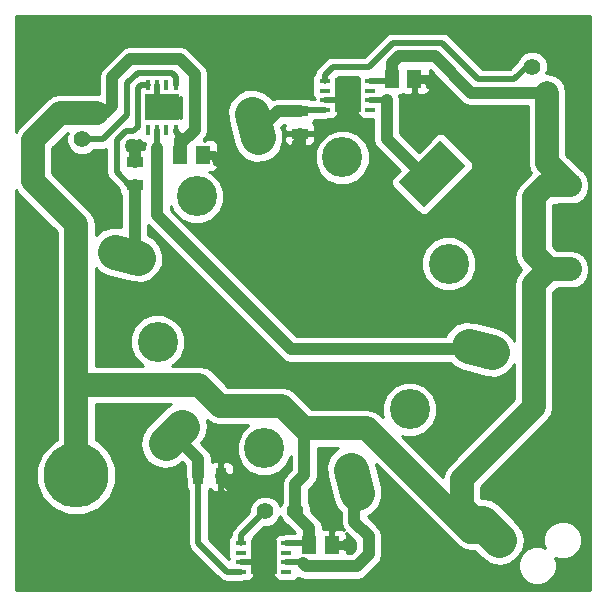
<source format=gtl>
%FSLAX46Y46*%
G04 Gerber Fmt 4.6, Leading zero omitted, Abs format (unit mm)*
G04 Created by KiCad (PCBNEW (2014-jan-25)-product) date Mon 28 Jul 2014 16:56:47 BST*
%MOMM*%
G01*
G04 APERTURE LIST*
%ADD10C,0.100000*%
%ADD11R,3.000000X2.200000*%
%ADD12R,0.350000X0.950000*%
%ADD13C,0.400000*%
%ADD14R,2.200000X3.000000*%
%ADD15R,0.950000X0.350000*%
%ADD16C,3.000000*%
%ADD17C,3.400000*%
%ADD18C,1.397000*%
%ADD19R,1.397000X1.397000*%
%ADD20R,1.300480X1.498600*%
%ADD21C,5.500000*%
%ADD22C,4.500000*%
%ADD23R,2.032000X2.032000*%
%ADD24O,2.032000X2.032000*%
%ADD25R,1.397000X0.889000*%
%ADD26R,0.889000X1.397000*%
%ADD27C,1.260000*%
%ADD28C,0.500000*%
%ADD29C,1.000000*%
%ADD30C,0.750000*%
%ADD31C,2.000000*%
%ADD32C,0.254000*%
G04 APERTURE END LIST*
D10*
D11*
X113030000Y-108458000D03*
D12*
X114230000Y-106533000D03*
X113430000Y-106533000D03*
X112630000Y-106533000D03*
X111830000Y-106533000D03*
X111830000Y-110383000D03*
X112630000Y-110383000D03*
X113430000Y-110383000D03*
X114230000Y-110383000D03*
D13*
X114230000Y-109258000D03*
X114230000Y-108458000D03*
X114230000Y-107658000D03*
X113430000Y-107658000D03*
X113430000Y-108458000D03*
X113430000Y-109258000D03*
X112630000Y-109258000D03*
X112630000Y-108458000D03*
X112630000Y-107658000D03*
X111830000Y-107658000D03*
X111830000Y-108458000D03*
X111830000Y-109258000D03*
D14*
X128778000Y-107442000D03*
D15*
X126853000Y-106242000D03*
X126853000Y-107042000D03*
X126853000Y-107842000D03*
X126853000Y-108642000D03*
X130703000Y-108642000D03*
X130703000Y-107842000D03*
X130703000Y-107042000D03*
X130703000Y-106242000D03*
D13*
X129578000Y-106242000D03*
X128778000Y-106242000D03*
X127978000Y-106242000D03*
X127978000Y-107042000D03*
X128778000Y-107042000D03*
X129578000Y-107042000D03*
X129578000Y-107842000D03*
X128778000Y-107842000D03*
X127978000Y-107842000D03*
X127978000Y-108642000D03*
X128778000Y-108642000D03*
X129578000Y-108642000D03*
D14*
X121666000Y-146558000D03*
D15*
X119741000Y-145358000D03*
X119741000Y-146158000D03*
X119741000Y-146958000D03*
X119741000Y-147758000D03*
X123591000Y-147758000D03*
X123591000Y-146958000D03*
X123591000Y-146158000D03*
X123591000Y-145358000D03*
D13*
X122466000Y-145358000D03*
X121666000Y-145358000D03*
X120866000Y-145358000D03*
X120866000Y-146158000D03*
X121666000Y-146158000D03*
X122466000Y-146158000D03*
X122466000Y-146958000D03*
X121666000Y-146958000D03*
X120866000Y-146958000D03*
X120866000Y-147758000D03*
X121666000Y-147758000D03*
X122466000Y-147758000D03*
D10*
G36*
X133093573Y-114785107D02*
X136629107Y-111249573D01*
X138750427Y-113370893D01*
X135214893Y-116906427D01*
X133093573Y-114785107D01*
X133093573Y-114785107D01*
G37*
D16*
X120677181Y-109048074D02*
X121194819Y-110979926D01*
X109048074Y-120677181D02*
X110979926Y-121194819D01*
X114785107Y-135468893D02*
X113370893Y-136883107D01*
X129059181Y-139147074D02*
X129576819Y-141078926D01*
X139020074Y-128678181D02*
X140951926Y-129195819D01*
D17*
X128302000Y-112681000D03*
X137319000Y-121698000D03*
X134017000Y-134017000D03*
X121698000Y-137319000D03*
X112681000Y-128302000D03*
X115983000Y-115983000D03*
D10*
G36*
X105275669Y-114301874D02*
X104065831Y-113603374D01*
X104764331Y-112393536D01*
X105974169Y-113092036D01*
X105275669Y-114301874D01*
X105275669Y-114301874D01*
G37*
D18*
X106290000Y-111148000D03*
X107560000Y-108948295D03*
D10*
G36*
X142165831Y-102544626D02*
X143375669Y-101846126D01*
X144074169Y-103055964D01*
X142864331Y-103754464D01*
X142165831Y-102544626D01*
X142165831Y-102544626D01*
G37*
D18*
X144390000Y-105000000D03*
X145660000Y-107199705D03*
D19*
X119244000Y-142644000D03*
D18*
X121784000Y-142644000D03*
X124324000Y-142644000D03*
D20*
X114617500Y-112522000D03*
X116522500Y-112522000D03*
X132524500Y-106045000D03*
X134429500Y-106045000D03*
X125539500Y-145542000D03*
X127444500Y-145542000D03*
D21*
X105791000Y-139595860D03*
D22*
X105791000Y-145595340D03*
X110490000Y-142595600D03*
D23*
X147574000Y-124714000D03*
D24*
X147574000Y-122174000D03*
D23*
X147574000Y-117602000D03*
D24*
X147574000Y-115062000D03*
D10*
G36*
X143313537Y-138392929D02*
X146849071Y-141928463D01*
X144727751Y-144049783D01*
X141192217Y-140514249D01*
X143313537Y-138392929D01*
X143313537Y-138392929D01*
G37*
D16*
X141584661Y-145071553D02*
X140170447Y-143657339D01*
D25*
X124714000Y-108775500D03*
X124714000Y-110680500D03*
X110744000Y-114998500D03*
X110744000Y-113093500D03*
D26*
X116141500Y-139700000D03*
X118046500Y-139700000D03*
D27*
X147500000Y-132500000D03*
X130000000Y-102500000D03*
X125000000Y-102500000D03*
X120000000Y-102500000D03*
X107500000Y-102500000D03*
X102500000Y-102500000D03*
X102500000Y-120000000D03*
X102500000Y-130000000D03*
X124587000Y-111760000D03*
X120000000Y-117500000D03*
X115000000Y-122500000D03*
X135000000Y-147500000D03*
X140000000Y-132500000D03*
X120000000Y-127500000D03*
X130000000Y-132500000D03*
X125000000Y-132500000D03*
X127500000Y-117500000D03*
X132500000Y-120000000D03*
X132500000Y-125000000D03*
X125000000Y-122500000D03*
X140000000Y-117500000D03*
X140000000Y-110000000D03*
X128905000Y-145542000D03*
X117856000Y-112903000D03*
X135890000Y-106426000D03*
X110490000Y-111760000D03*
D28*
X130703000Y-107842000D02*
X132080000Y-107842000D01*
D29*
X132080000Y-111125000D02*
X132080000Y-107823000D01*
X132080000Y-111125000D02*
X135033000Y-114078000D01*
D28*
X132080000Y-107842000D02*
X132080000Y-107823000D01*
D29*
X135922000Y-114078000D02*
X135033000Y-114078000D01*
D28*
X126853000Y-108642000D02*
X124847500Y-108642000D01*
X124847500Y-108642000D02*
X124714000Y-108775500D01*
D29*
X120936000Y-110014000D02*
X121634000Y-110014000D01*
X121634000Y-110014000D02*
X122872500Y-108775500D01*
X122872500Y-108775500D02*
X124714000Y-108775500D01*
D28*
X110744000Y-114998500D02*
X110299500Y-114998500D01*
X110299500Y-114998500D02*
X109220000Y-113919000D01*
X111272000Y-106533000D02*
X111830000Y-106533000D01*
X110998000Y-106807000D02*
X111272000Y-106533000D01*
X110998000Y-110109000D02*
X110998000Y-106807000D01*
X110617000Y-110490000D02*
X110998000Y-110109000D01*
X109982000Y-110490000D02*
X110617000Y-110490000D01*
X109220000Y-111252000D02*
X109982000Y-110490000D01*
X109220000Y-113919000D02*
X109220000Y-111252000D01*
D29*
X110744000Y-114998500D02*
X110744000Y-120206000D01*
X110744000Y-120206000D02*
X110014000Y-120936000D01*
D28*
X116141500Y-139700000D02*
X116141500Y-145351500D01*
X118548000Y-147758000D02*
X119741000Y-147758000D01*
X116141500Y-145351500D02*
X118548000Y-147758000D01*
D29*
X116141500Y-139700000D02*
X116141500Y-138239500D01*
X116141500Y-138239500D02*
X114078000Y-136176000D01*
D28*
X123591000Y-146958000D02*
X124860000Y-146958000D01*
D29*
X129318000Y-143542000D02*
X130556000Y-144780000D01*
X130556000Y-144780000D02*
X130556000Y-146304000D01*
X130556000Y-146304000D02*
X129540000Y-147320000D01*
X129540000Y-147320000D02*
X125222000Y-147320000D01*
X125222000Y-147320000D02*
X124968000Y-147066000D01*
X129318000Y-143542000D02*
X129318000Y-140113000D01*
D28*
X124860000Y-146958000D02*
X124968000Y-147066000D01*
X112649000Y-110402000D02*
X112649000Y-111887000D01*
D29*
X123984000Y-128937000D02*
X139986000Y-128937000D01*
X112649000Y-117602000D02*
X112649000Y-111887000D01*
X123984000Y-128937000D02*
X112649000Y-117602000D01*
D28*
X112649000Y-110402000D02*
X112630000Y-110383000D01*
X120000000Y-102500000D02*
X125000000Y-102500000D01*
X102500000Y-102500000D02*
X107500000Y-102500000D01*
X126853000Y-107842000D02*
X128378000Y-107842000D01*
X128378000Y-107842000D02*
X128778000Y-107442000D01*
X112630000Y-106533000D02*
X112630000Y-108058000D01*
X112630000Y-108058000D02*
X113030000Y-108458000D01*
X119741000Y-146958000D02*
X121266000Y-146958000D01*
X121266000Y-146958000D02*
X121666000Y-146558000D01*
D29*
X118046500Y-139700000D02*
X118110000Y-139700000D01*
X118110000Y-139700000D02*
X119244000Y-140834000D01*
X119244000Y-140834000D02*
X119244000Y-142644000D01*
D28*
X102500000Y-120000000D02*
X102500000Y-130000000D01*
X124587000Y-111760000D02*
X124587000Y-112087000D01*
D29*
X124714000Y-110680500D02*
X124714000Y-111633000D01*
X124714000Y-111633000D02*
X124587000Y-111760000D01*
D28*
X120000000Y-116674000D02*
X120000000Y-117500000D01*
X124587000Y-112087000D02*
X120000000Y-116674000D01*
X125000000Y-132500000D02*
X130000000Y-132500000D01*
X132500000Y-120000000D02*
X132500000Y-125000000D01*
X120000000Y-117500000D02*
X127500000Y-117500000D01*
X135000000Y-120000000D02*
X137500000Y-117500000D01*
X137500000Y-117500000D02*
X140000000Y-117500000D01*
X132500000Y-120000000D02*
X135000000Y-120000000D01*
D30*
X127444500Y-145542000D02*
X128905000Y-145542000D01*
X117475000Y-112522000D02*
X117856000Y-112903000D01*
X116522500Y-112522000D02*
X117475000Y-112522000D01*
X135509000Y-106045000D02*
X135890000Y-106426000D01*
X134429500Y-106045000D02*
X135509000Y-106045000D01*
D29*
X110744000Y-112014000D02*
X110490000Y-111760000D01*
X110744000Y-112014000D02*
X110744000Y-113093500D01*
D28*
X114230000Y-106533000D02*
X114230000Y-105848000D01*
X108054000Y-111148000D02*
X106290000Y-111148000D01*
X110109000Y-109093000D02*
X108054000Y-111148000D01*
X110109000Y-106426000D02*
X110109000Y-109093000D01*
X110998000Y-105537000D02*
X110109000Y-106426000D01*
X113919000Y-105537000D02*
X110998000Y-105537000D01*
X114230000Y-105848000D02*
X113919000Y-105537000D01*
X144390000Y-105000000D02*
X143920000Y-105000000D01*
X143920000Y-105000000D02*
X142875000Y-106045000D01*
X142875000Y-106045000D02*
X139827000Y-106045000D01*
X139827000Y-106045000D02*
X136779000Y-102997000D01*
X136779000Y-102997000D02*
X132588000Y-102997000D01*
X132588000Y-102997000D02*
X130556000Y-105029000D01*
X130556000Y-105029000D02*
X127508000Y-105029000D01*
X127508000Y-105029000D02*
X126853000Y-105684000D01*
X126853000Y-105684000D02*
X126853000Y-106242000D01*
X119741000Y-145358000D02*
X119741000Y-144673000D01*
X119741000Y-144673000D02*
X121770000Y-142644000D01*
X121770000Y-142644000D02*
X121784000Y-142644000D01*
D31*
X105791000Y-131953000D02*
X112649000Y-131953000D01*
X123190000Y-133731000D02*
X125095000Y-135636000D01*
X117983000Y-133731000D02*
X123190000Y-133731000D01*
X116205000Y-131953000D02*
X117983000Y-133731000D01*
X112649000Y-131953000D02*
X116205000Y-131953000D01*
X102108000Y-111252000D02*
X102108000Y-114681000D01*
X104411705Y-108948295D02*
X102108000Y-111252000D01*
X107560000Y-108948295D02*
X104411705Y-108948295D01*
X105791000Y-118364000D02*
X105791000Y-131953000D01*
X105791000Y-131953000D02*
X105791000Y-139595860D01*
X102108000Y-114681000D02*
X105791000Y-118364000D01*
X130429000Y-135636000D02*
X139157446Y-144364446D01*
X125095000Y-135636000D02*
X130429000Y-135636000D01*
X139157446Y-144364446D02*
X140877554Y-144364446D01*
X140877554Y-144364446D02*
X139157446Y-144364446D01*
D29*
X145660000Y-107199705D02*
X139203705Y-107199705D01*
X132524500Y-104711500D02*
X132524500Y-106045000D01*
X133096000Y-104140000D02*
X132524500Y-104711500D01*
X136144000Y-104140000D02*
X133096000Y-104140000D01*
X139203705Y-107199705D02*
X136144000Y-104140000D01*
D28*
X130703000Y-106242000D02*
X132327500Y-106242000D01*
X132327500Y-106242000D02*
X132524500Y-106045000D01*
D29*
X124324000Y-142644000D02*
X124324000Y-142866000D01*
X124324000Y-142866000D02*
X125539500Y-144081500D01*
X125539500Y-144081500D02*
X125539500Y-145542000D01*
D28*
X114230000Y-110383000D02*
X114230000Y-110547000D01*
X114230000Y-110547000D02*
X114935000Y-111252000D01*
X114935000Y-111252000D02*
X114617500Y-111252000D01*
D29*
X115824000Y-109601000D02*
X115824000Y-110363000D01*
X108221705Y-108948295D02*
X108839000Y-108331000D01*
X115824000Y-105664000D02*
X115824000Y-109601000D01*
X114554000Y-104394000D02*
X115824000Y-105664000D01*
X110363000Y-104394000D02*
X114554000Y-104394000D01*
X108839000Y-105918000D02*
X110363000Y-104394000D01*
X108839000Y-108331000D02*
X108839000Y-105918000D01*
X114617500Y-111569500D02*
X114617500Y-111252000D01*
X114617500Y-111252000D02*
X114617500Y-112522000D01*
X115824000Y-110363000D02*
X114617500Y-111569500D01*
X107560000Y-108948295D02*
X108221705Y-108948295D01*
D28*
X123591000Y-145358000D02*
X125355500Y-145358000D01*
X125355500Y-145358000D02*
X125539500Y-145542000D01*
X114230000Y-112134500D02*
X114617500Y-112522000D01*
D31*
X140877554Y-144364446D02*
X140554446Y-144364446D01*
X140554446Y-144364446D02*
X138430000Y-142240000D01*
X138430000Y-142240000D02*
X138430000Y-139954000D01*
X138430000Y-139954000D02*
X144526000Y-133858000D01*
X144526000Y-133858000D02*
X144526000Y-123444000D01*
X144526000Y-123444000D02*
X145796000Y-122174000D01*
X145796000Y-122174000D02*
X147574000Y-122174000D01*
X145660000Y-107199705D02*
X145660000Y-113148000D01*
X145660000Y-113148000D02*
X147574000Y-115062000D01*
X147574000Y-115062000D02*
X145542000Y-115062000D01*
X145796000Y-122174000D02*
X147574000Y-122174000D01*
X144526000Y-120904000D02*
X145796000Y-122174000D01*
X144526000Y-116078000D02*
X144526000Y-120904000D01*
X145542000Y-115062000D02*
X144526000Y-116078000D01*
D29*
X124324000Y-140344000D02*
X125095000Y-139573000D01*
X125095000Y-139573000D02*
X125095000Y-135636000D01*
X124324000Y-142644000D02*
X124324000Y-140344000D01*
D32*
G36*
X109609000Y-118617165D02*
X109541327Y-118599033D01*
X108710075Y-118544550D01*
X107921249Y-118812321D01*
X107426000Y-119246642D01*
X107426000Y-118364005D01*
X107426000Y-118364000D01*
X107426001Y-118364000D01*
X107301543Y-117738313D01*
X106947120Y-117207881D01*
X106947120Y-117207880D01*
X106947116Y-117207877D01*
X103743000Y-114003760D01*
X103743000Y-111929239D01*
X105074664Y-110597575D01*
X104956732Y-110881587D01*
X104956269Y-111412086D01*
X105158854Y-111902380D01*
X105533647Y-112277827D01*
X106023587Y-112481268D01*
X106554086Y-112481731D01*
X107044380Y-112279146D01*
X107290955Y-112033000D01*
X108053994Y-112033000D01*
X108054000Y-112033001D01*
X108054000Y-112033000D01*
X108335000Y-111977105D01*
X108335000Y-113918994D01*
X108334999Y-113919000D01*
X108391189Y-114201484D01*
X108402367Y-114257675D01*
X108594210Y-114544790D01*
X109410500Y-115361079D01*
X109410500Y-115569309D01*
X109507173Y-115802698D01*
X109609000Y-115904525D01*
X109609000Y-118617165D01*
X109609000Y-118617165D01*
G37*
X109609000Y-118617165D02*
X109541327Y-118599033D01*
X108710075Y-118544550D01*
X107921249Y-118812321D01*
X107426000Y-119246642D01*
X107426000Y-118364005D01*
X107426000Y-118364000D01*
X107426001Y-118364000D01*
X107301543Y-117738313D01*
X106947120Y-117207881D01*
X106947120Y-117207880D01*
X106947116Y-117207877D01*
X103743000Y-114003760D01*
X103743000Y-111929239D01*
X105074664Y-110597575D01*
X104956732Y-110881587D01*
X104956269Y-111412086D01*
X105158854Y-111902380D01*
X105533647Y-112277827D01*
X106023587Y-112481268D01*
X106554086Y-112481731D01*
X107044380Y-112279146D01*
X107290955Y-112033000D01*
X108053994Y-112033000D01*
X108054000Y-112033001D01*
X108054000Y-112033000D01*
X108335000Y-111977105D01*
X108335000Y-113918994D01*
X108334999Y-113919000D01*
X108391189Y-114201484D01*
X108402367Y-114257675D01*
X108594210Y-114544790D01*
X109410500Y-115361079D01*
X109410500Y-115569309D01*
X109507173Y-115802698D01*
X109609000Y-115904525D01*
X109609000Y-118617165D01*
G36*
X111592371Y-111493000D02*
X111514000Y-111887000D01*
X111514000Y-112014000D01*
X111316191Y-112014000D01*
X111029750Y-112014000D01*
X110871000Y-112172750D01*
X110871000Y-112966500D01*
X110891000Y-112966500D01*
X110891000Y-113220500D01*
X110871000Y-113220500D01*
X110871000Y-113240500D01*
X110617000Y-113240500D01*
X110617000Y-113220500D01*
X110597000Y-113220500D01*
X110597000Y-112966500D01*
X110617000Y-112966500D01*
X110617000Y-112172750D01*
X110458250Y-112014000D01*
X110171809Y-112014000D01*
X110105000Y-112014000D01*
X110105000Y-111618579D01*
X110348579Y-111375000D01*
X110616994Y-111375000D01*
X110617000Y-111375001D01*
X110617000Y-111375000D01*
X110899484Y-111318810D01*
X110955674Y-111307633D01*
X110955675Y-111307633D01*
X111110950Y-111203882D01*
X111116673Y-111217698D01*
X111295301Y-111396327D01*
X111528690Y-111493000D01*
X111592371Y-111493000D01*
X111592371Y-111493000D01*
G37*
X111592371Y-111493000D02*
X111514000Y-111887000D01*
X111514000Y-112014000D01*
X111316191Y-112014000D01*
X111029750Y-112014000D01*
X110871000Y-112172750D01*
X110871000Y-112966500D01*
X110891000Y-112966500D01*
X110891000Y-113220500D01*
X110871000Y-113220500D01*
X110871000Y-113240500D01*
X110617000Y-113240500D01*
X110617000Y-113220500D01*
X110597000Y-113220500D01*
X110597000Y-112966500D01*
X110617000Y-112966500D01*
X110617000Y-112172750D01*
X110458250Y-112014000D01*
X110171809Y-112014000D01*
X110105000Y-112014000D01*
X110105000Y-111618579D01*
X110348579Y-111375000D01*
X110616994Y-111375000D01*
X110617000Y-111375001D01*
X110617000Y-111375000D01*
X110899484Y-111318810D01*
X110955674Y-111307633D01*
X110955675Y-111307633D01*
X111110950Y-111203882D01*
X111116673Y-111217698D01*
X111295301Y-111396327D01*
X111528690Y-111493000D01*
X111592371Y-111493000D01*
G36*
X114689000Y-109338317D02*
X114531310Y-109273000D01*
X114278691Y-109273000D01*
X113928691Y-109273000D01*
X113830000Y-109313878D01*
X113731310Y-109273000D01*
X113478691Y-109273000D01*
X113128691Y-109273000D01*
X113030000Y-109313878D01*
X112931310Y-109273000D01*
X112678691Y-109273000D01*
X112328691Y-109273000D01*
X112230000Y-109313878D01*
X112131310Y-109273000D01*
X111883000Y-109273000D01*
X111883000Y-107643000D01*
X112131309Y-107643000D01*
X112364698Y-107546327D01*
X112543327Y-107367699D01*
X112630000Y-107158451D01*
X112716673Y-107367698D01*
X112895301Y-107546327D01*
X113128690Y-107643000D01*
X113381309Y-107643000D01*
X113731309Y-107643000D01*
X113829999Y-107602121D01*
X113928690Y-107643000D01*
X114181309Y-107643000D01*
X114531309Y-107643000D01*
X114689000Y-107577682D01*
X114689000Y-109338317D01*
X114689000Y-109338317D01*
G37*
X114689000Y-109338317D02*
X114531310Y-109273000D01*
X114278691Y-109273000D01*
X113928691Y-109273000D01*
X113830000Y-109313878D01*
X113731310Y-109273000D01*
X113478691Y-109273000D01*
X113128691Y-109273000D01*
X113030000Y-109313878D01*
X112931310Y-109273000D01*
X112678691Y-109273000D01*
X112328691Y-109273000D01*
X112230000Y-109313878D01*
X112131310Y-109273000D01*
X111883000Y-109273000D01*
X111883000Y-107643000D01*
X112131309Y-107643000D01*
X112364698Y-107546327D01*
X112543327Y-107367699D01*
X112630000Y-107158451D01*
X112716673Y-107367698D01*
X112895301Y-107546327D01*
X113128690Y-107643000D01*
X113381309Y-107643000D01*
X113731309Y-107643000D01*
X113829999Y-107602121D01*
X113928690Y-107643000D01*
X114181309Y-107643000D01*
X114531309Y-107643000D01*
X114689000Y-107577682D01*
X114689000Y-109338317D01*
G36*
X123960000Y-139102868D02*
X123521434Y-139541434D01*
X123275397Y-139909654D01*
X123189000Y-140344000D01*
X123189000Y-141900104D01*
X123053906Y-142225446D01*
X122915146Y-141889620D01*
X122540353Y-141514173D01*
X122050413Y-141310732D01*
X121519914Y-141310269D01*
X121029620Y-141512854D01*
X120654173Y-141887647D01*
X120450732Y-142377587D01*
X120450440Y-142711980D01*
X119126000Y-144036420D01*
X119126000Y-140524810D01*
X119126000Y-140272191D01*
X119126000Y-139985750D01*
X119126000Y-139414250D01*
X119126000Y-139127809D01*
X119126000Y-138875190D01*
X119029327Y-138641801D01*
X118850698Y-138463173D01*
X118617309Y-138366500D01*
X118332250Y-138366500D01*
X118173500Y-138525250D01*
X118173500Y-139573000D01*
X118967250Y-139573000D01*
X119126000Y-139414250D01*
X119126000Y-139985750D01*
X118967250Y-139827000D01*
X118173500Y-139827000D01*
X118173500Y-140874750D01*
X118332250Y-141033500D01*
X118617309Y-141033500D01*
X118850698Y-140936827D01*
X119029327Y-140758199D01*
X119126000Y-140524810D01*
X119126000Y-144036420D01*
X119115210Y-144047210D01*
X118923367Y-144334325D01*
X118912189Y-144390515D01*
X118855999Y-144673000D01*
X118856000Y-144673005D01*
X118856000Y-144694974D01*
X118727673Y-144823301D01*
X118631000Y-145056690D01*
X118631000Y-145309309D01*
X118631000Y-145659309D01*
X118671878Y-145757999D01*
X118631000Y-145856690D01*
X118631000Y-146109309D01*
X118631000Y-146459309D01*
X118723003Y-146681423D01*
X117026500Y-144984920D01*
X117026500Y-140856025D01*
X117094000Y-140788525D01*
X117242302Y-140936827D01*
X117475691Y-141033500D01*
X117760750Y-141033500D01*
X117919500Y-140874750D01*
X117919500Y-139827000D01*
X117899500Y-139827000D01*
X117899500Y-139573000D01*
X117919500Y-139573000D01*
X117919500Y-138525250D01*
X117760750Y-138366500D01*
X117475691Y-138366500D01*
X117276500Y-138449007D01*
X117276500Y-138239500D01*
X117190104Y-137805155D01*
X117190103Y-137805154D01*
X116944066Y-137436934D01*
X116379889Y-136872757D01*
X116801019Y-136242494D01*
X116963536Y-135425464D01*
X116860985Y-134909908D01*
X117357313Y-135241543D01*
X117983000Y-135366001D01*
X117983000Y-135366000D01*
X117983005Y-135366000D01*
X120349337Y-135366000D01*
X119719638Y-135994602D01*
X119363407Y-136852502D01*
X119362596Y-137781422D01*
X119717329Y-138639943D01*
X120373602Y-139297362D01*
X121231502Y-139653593D01*
X122160422Y-139654404D01*
X123018943Y-139299671D01*
X123676362Y-138643398D01*
X123960000Y-137960321D01*
X123960000Y-139102868D01*
X123960000Y-139102868D01*
G37*
X123960000Y-139102868D02*
X123521434Y-139541434D01*
X123275397Y-139909654D01*
X123189000Y-140344000D01*
X123189000Y-141900104D01*
X123053906Y-142225446D01*
X122915146Y-141889620D01*
X122540353Y-141514173D01*
X122050413Y-141310732D01*
X121519914Y-141310269D01*
X121029620Y-141512854D01*
X120654173Y-141887647D01*
X120450732Y-142377587D01*
X120450440Y-142711980D01*
X119126000Y-144036420D01*
X119126000Y-140524810D01*
X119126000Y-140272191D01*
X119126000Y-139985750D01*
X119126000Y-139414250D01*
X119126000Y-139127809D01*
X119126000Y-138875190D01*
X119029327Y-138641801D01*
X118850698Y-138463173D01*
X118617309Y-138366500D01*
X118332250Y-138366500D01*
X118173500Y-138525250D01*
X118173500Y-139573000D01*
X118967250Y-139573000D01*
X119126000Y-139414250D01*
X119126000Y-139985750D01*
X118967250Y-139827000D01*
X118173500Y-139827000D01*
X118173500Y-140874750D01*
X118332250Y-141033500D01*
X118617309Y-141033500D01*
X118850698Y-140936827D01*
X119029327Y-140758199D01*
X119126000Y-140524810D01*
X119126000Y-144036420D01*
X119115210Y-144047210D01*
X118923367Y-144334325D01*
X118912189Y-144390515D01*
X118855999Y-144673000D01*
X118856000Y-144673005D01*
X118856000Y-144694974D01*
X118727673Y-144823301D01*
X118631000Y-145056690D01*
X118631000Y-145309309D01*
X118631000Y-145659309D01*
X118671878Y-145757999D01*
X118631000Y-145856690D01*
X118631000Y-146109309D01*
X118631000Y-146459309D01*
X118723003Y-146681423D01*
X117026500Y-144984920D01*
X117026500Y-140856025D01*
X117094000Y-140788525D01*
X117242302Y-140936827D01*
X117475691Y-141033500D01*
X117760750Y-141033500D01*
X117919500Y-140874750D01*
X117919500Y-139827000D01*
X117899500Y-139827000D01*
X117899500Y-139573000D01*
X117919500Y-139573000D01*
X117919500Y-138525250D01*
X117760750Y-138366500D01*
X117475691Y-138366500D01*
X117276500Y-138449007D01*
X117276500Y-138239500D01*
X117190104Y-137805155D01*
X117190103Y-137805154D01*
X116944066Y-137436934D01*
X116379889Y-136872757D01*
X116801019Y-136242494D01*
X116963536Y-135425464D01*
X116860985Y-134909908D01*
X117357313Y-135241543D01*
X117983000Y-135366001D01*
X117983000Y-135366000D01*
X117983005Y-135366000D01*
X120349337Y-135366000D01*
X119719638Y-135994602D01*
X119363407Y-136852502D01*
X119362596Y-137781422D01*
X119717329Y-138639943D01*
X120373602Y-139297362D01*
X121231502Y-139653593D01*
X122160422Y-139654404D01*
X123018943Y-139299671D01*
X123676362Y-138643398D01*
X123960000Y-137960321D01*
X123960000Y-139102868D01*
G36*
X129421000Y-145833868D02*
X129069868Y-146185000D01*
X128729740Y-146185000D01*
X128729740Y-146164991D01*
X128729740Y-145827750D01*
X128570990Y-145669000D01*
X127571500Y-145669000D01*
X127571500Y-145689000D01*
X127317500Y-145689000D01*
X127317500Y-145669000D01*
X127297500Y-145669000D01*
X127297500Y-145415000D01*
X127317500Y-145415000D01*
X127317500Y-144316450D01*
X127158750Y-144157700D01*
X126674500Y-144157700D01*
X126674500Y-144081500D01*
X126588104Y-143647155D01*
X126588103Y-143647154D01*
X126342066Y-143278934D01*
X125657543Y-142594411D01*
X125657731Y-142379914D01*
X125459000Y-141898947D01*
X125459000Y-140814132D01*
X125897566Y-140375566D01*
X126143603Y-140007346D01*
X126143604Y-140007345D01*
X126230000Y-139573000D01*
X126230000Y-137271000D01*
X127992875Y-137271000D01*
X127743580Y-137393939D01*
X127194321Y-138020249D01*
X126926550Y-138809075D01*
X126981033Y-139640327D01*
X127530463Y-141690830D01*
X127898905Y-142437957D01*
X128183000Y-142687101D01*
X128183000Y-143542000D01*
X128269397Y-143976346D01*
X128456640Y-144256575D01*
X128454438Y-144254373D01*
X128221049Y-144157700D01*
X127730250Y-144157700D01*
X127571500Y-144316450D01*
X127571500Y-145415000D01*
X128570990Y-145415000D01*
X128729740Y-145256250D01*
X128729740Y-144919009D01*
X128729740Y-144666390D01*
X128653713Y-144482845D01*
X129421000Y-145250132D01*
X129421000Y-145833868D01*
X129421000Y-145833868D01*
G37*
X129421000Y-145833868D02*
X129069868Y-146185000D01*
X128729740Y-146185000D01*
X128729740Y-146164991D01*
X128729740Y-145827750D01*
X128570990Y-145669000D01*
X127571500Y-145669000D01*
X127571500Y-145689000D01*
X127317500Y-145689000D01*
X127317500Y-145669000D01*
X127297500Y-145669000D01*
X127297500Y-145415000D01*
X127317500Y-145415000D01*
X127317500Y-144316450D01*
X127158750Y-144157700D01*
X126674500Y-144157700D01*
X126674500Y-144081500D01*
X126588104Y-143647155D01*
X126588103Y-143647154D01*
X126342066Y-143278934D01*
X125657543Y-142594411D01*
X125657731Y-142379914D01*
X125459000Y-141898947D01*
X125459000Y-140814132D01*
X125897566Y-140375566D01*
X126143603Y-140007346D01*
X126143604Y-140007345D01*
X126230000Y-139573000D01*
X126230000Y-137271000D01*
X127992875Y-137271000D01*
X127743580Y-137393939D01*
X127194321Y-138020249D01*
X126926550Y-138809075D01*
X126981033Y-139640327D01*
X127530463Y-141690830D01*
X127898905Y-142437957D01*
X128183000Y-142687101D01*
X128183000Y-143542000D01*
X128269397Y-143976346D01*
X128456640Y-144256575D01*
X128454438Y-144254373D01*
X128221049Y-144157700D01*
X127730250Y-144157700D01*
X127571500Y-144316450D01*
X127571500Y-145415000D01*
X128570990Y-145415000D01*
X128729740Y-145256250D01*
X128729740Y-144919009D01*
X128729740Y-144666390D01*
X128653713Y-144482845D01*
X129421000Y-145250132D01*
X129421000Y-145833868D01*
G36*
X142891000Y-133180760D02*
X137273880Y-138797880D01*
X136919457Y-139328312D01*
X136838839Y-139733600D01*
X133390319Y-136285079D01*
X133550502Y-136351593D01*
X134479422Y-136352404D01*
X135337943Y-135997671D01*
X135995362Y-135341398D01*
X136351593Y-134483498D01*
X136352404Y-133554578D01*
X135997671Y-132696057D01*
X135341398Y-132038638D01*
X134483498Y-131682407D01*
X133554578Y-131681596D01*
X132696057Y-132036329D01*
X132038638Y-132692602D01*
X131682407Y-133550502D01*
X131681596Y-134479422D01*
X131749850Y-134644610D01*
X131585120Y-134479880D01*
X131054688Y-134125457D01*
X130429000Y-134000999D01*
X130428994Y-134001000D01*
X125772239Y-134001000D01*
X124346120Y-132574880D01*
X123815688Y-132220457D01*
X123190000Y-132095999D01*
X123189994Y-132096000D01*
X118660239Y-132096000D01*
X117361120Y-130796880D01*
X116830688Y-130442457D01*
X116205000Y-130317999D01*
X116204994Y-130318000D01*
X113916440Y-130318000D01*
X114001943Y-130282671D01*
X114659362Y-129626398D01*
X115015593Y-128768498D01*
X115016404Y-127839578D01*
X114661671Y-126981057D01*
X114005398Y-126323638D01*
X113147498Y-125967407D01*
X112218578Y-125966596D01*
X111360057Y-126321329D01*
X110702638Y-126977602D01*
X110346407Y-127835502D01*
X110345596Y-128764422D01*
X110700329Y-129622943D01*
X111356602Y-130280362D01*
X111447244Y-130318000D01*
X107426000Y-130318000D01*
X107426000Y-122055150D01*
X107689044Y-122355095D01*
X108436171Y-122723537D01*
X110486673Y-123272967D01*
X111317925Y-123327450D01*
X112106752Y-123059679D01*
X112733061Y-122510420D01*
X113101503Y-121763293D01*
X113155986Y-120932041D01*
X112888215Y-120143215D01*
X112338957Y-119516905D01*
X111879000Y-119290079D01*
X111879000Y-118437132D01*
X123181434Y-129739566D01*
X123549654Y-129985603D01*
X123549655Y-129985603D01*
X123984000Y-130072000D01*
X137411899Y-130072000D01*
X137661044Y-130356095D01*
X138408171Y-130724537D01*
X140458673Y-131273967D01*
X141289925Y-131328450D01*
X142078752Y-131060679D01*
X142705061Y-130511420D01*
X142891000Y-130134372D01*
X142891000Y-133180760D01*
X142891000Y-133180760D01*
G37*
X142891000Y-133180760D02*
X137273880Y-138797880D01*
X136919457Y-139328312D01*
X136838839Y-139733600D01*
X133390319Y-136285079D01*
X133550502Y-136351593D01*
X134479422Y-136352404D01*
X135337943Y-135997671D01*
X135995362Y-135341398D01*
X136351593Y-134483498D01*
X136352404Y-133554578D01*
X135997671Y-132696057D01*
X135341398Y-132038638D01*
X134483498Y-131682407D01*
X133554578Y-131681596D01*
X132696057Y-132036329D01*
X132038638Y-132692602D01*
X131682407Y-133550502D01*
X131681596Y-134479422D01*
X131749850Y-134644610D01*
X131585120Y-134479880D01*
X131054688Y-134125457D01*
X130429000Y-134000999D01*
X130428994Y-134001000D01*
X125772239Y-134001000D01*
X124346120Y-132574880D01*
X123815688Y-132220457D01*
X123190000Y-132095999D01*
X123189994Y-132096000D01*
X118660239Y-132096000D01*
X117361120Y-130796880D01*
X116830688Y-130442457D01*
X116205000Y-130317999D01*
X116204994Y-130318000D01*
X113916440Y-130318000D01*
X114001943Y-130282671D01*
X114659362Y-129626398D01*
X115015593Y-128768498D01*
X115016404Y-127839578D01*
X114661671Y-126981057D01*
X114005398Y-126323638D01*
X113147498Y-125967407D01*
X112218578Y-125966596D01*
X111360057Y-126321329D01*
X110702638Y-126977602D01*
X110346407Y-127835502D01*
X110345596Y-128764422D01*
X110700329Y-129622943D01*
X111356602Y-130280362D01*
X111447244Y-130318000D01*
X107426000Y-130318000D01*
X107426000Y-122055150D01*
X107689044Y-122355095D01*
X108436171Y-122723537D01*
X110486673Y-123272967D01*
X111317925Y-123327450D01*
X112106752Y-123059679D01*
X112733061Y-122510420D01*
X113101503Y-121763293D01*
X113155986Y-120932041D01*
X112888215Y-120143215D01*
X112338957Y-119516905D01*
X111879000Y-119290079D01*
X111879000Y-118437132D01*
X123181434Y-129739566D01*
X123549654Y-129985603D01*
X123549655Y-129985603D01*
X123984000Y-130072000D01*
X137411899Y-130072000D01*
X137661044Y-130356095D01*
X138408171Y-130724537D01*
X140458673Y-131273967D01*
X141289925Y-131328450D01*
X142078752Y-131060679D01*
X142705061Y-130511420D01*
X142891000Y-130134372D01*
X142891000Y-133180760D01*
G36*
X149315000Y-149315000D02*
X148619412Y-149315000D01*
X148619412Y-144759072D01*
X148371022Y-144157924D01*
X147911491Y-143697589D01*
X147310776Y-143448151D01*
X146660333Y-143447583D01*
X146059185Y-143695973D01*
X145598850Y-144155504D01*
X145349412Y-144756219D01*
X145348844Y-145406662D01*
X145487016Y-145741062D01*
X145155515Y-145603412D01*
X144505072Y-145602844D01*
X143903924Y-145851234D01*
X143443589Y-146310765D01*
X143194151Y-146911480D01*
X143193583Y-147561923D01*
X143441973Y-148163071D01*
X143901504Y-148623406D01*
X144502219Y-148872844D01*
X145152662Y-148873412D01*
X145753810Y-148625022D01*
X146214145Y-148165491D01*
X146463583Y-147564776D01*
X146464151Y-146914333D01*
X146325978Y-146579932D01*
X146657480Y-146717583D01*
X147307923Y-146718151D01*
X147909071Y-146469761D01*
X148369406Y-146010230D01*
X148618844Y-145409515D01*
X148619412Y-144759072D01*
X148619412Y-149315000D01*
X100685000Y-149315000D01*
X100685000Y-115437705D01*
X100951880Y-115837120D01*
X104156000Y-119041239D01*
X104156000Y-131953000D01*
X104156000Y-136608853D01*
X103876057Y-136724523D01*
X102923010Y-137675908D01*
X102406589Y-138919588D01*
X102405414Y-140266224D01*
X102919663Y-141510803D01*
X103871048Y-142463850D01*
X105114728Y-142980271D01*
X106461364Y-142981446D01*
X107705943Y-142467197D01*
X108658990Y-141515812D01*
X109175411Y-140272132D01*
X109176586Y-138925496D01*
X108662337Y-137680917D01*
X107710952Y-136727870D01*
X107426000Y-136609547D01*
X107426000Y-133588000D01*
X112649000Y-133588000D01*
X113809436Y-133588000D01*
X113318863Y-133915791D01*
X111817791Y-135416863D01*
X111354981Y-136109507D01*
X111192464Y-136926536D01*
X111354981Y-137743565D01*
X111817791Y-138436209D01*
X112510435Y-138899019D01*
X113327464Y-139061536D01*
X114144493Y-138899019D01*
X114774757Y-138477889D01*
X115006500Y-138709632D01*
X115006500Y-139700000D01*
X115062000Y-139979016D01*
X115062000Y-140524809D01*
X115158673Y-140758198D01*
X115256500Y-140856025D01*
X115256500Y-145351494D01*
X115256499Y-145351500D01*
X115312689Y-145633984D01*
X115323867Y-145690175D01*
X115515710Y-145977290D01*
X117922207Y-148383786D01*
X117922210Y-148383790D01*
X117922211Y-148383790D01*
X118209325Y-148575633D01*
X118209326Y-148575633D01*
X118265515Y-148586810D01*
X118548000Y-148643001D01*
X118548000Y-148643000D01*
X118548005Y-148643000D01*
X119741000Y-148643000D01*
X120079675Y-148575633D01*
X120091098Y-148568000D01*
X120342309Y-148568000D01*
X120575698Y-148471327D01*
X120754327Y-148292699D01*
X120851000Y-148059310D01*
X120851000Y-147806691D01*
X120851000Y-147456691D01*
X120754327Y-147223302D01*
X120575699Y-147044673D01*
X120366451Y-146957999D01*
X120575698Y-146871327D01*
X120754327Y-146692699D01*
X120851000Y-146459310D01*
X120851000Y-146206691D01*
X120851000Y-145856691D01*
X120810121Y-145758000D01*
X120851000Y-145659310D01*
X120851000Y-145406691D01*
X120851000Y-145056691D01*
X120780087Y-144885492D01*
X121688162Y-143977416D01*
X122048086Y-143977731D01*
X122538380Y-143775146D01*
X122913827Y-143400353D01*
X123054093Y-143062553D01*
X123192854Y-143398380D01*
X123567647Y-143773827D01*
X123668624Y-143815756D01*
X124325868Y-144473000D01*
X123591000Y-144473000D01*
X123252325Y-144540367D01*
X123240901Y-144548000D01*
X122989691Y-144548000D01*
X122756302Y-144644673D01*
X122577673Y-144823301D01*
X122481000Y-145056690D01*
X122481000Y-145309309D01*
X122481000Y-145659309D01*
X122521878Y-145757999D01*
X122481000Y-145856690D01*
X122481000Y-146109309D01*
X122481000Y-146459309D01*
X122521878Y-146557999D01*
X122481000Y-146656690D01*
X122481000Y-146909309D01*
X122481000Y-147259309D01*
X122521878Y-147357999D01*
X122481000Y-147456690D01*
X122481000Y-147709309D01*
X122481000Y-148059309D01*
X122577673Y-148292698D01*
X122756301Y-148471327D01*
X122989690Y-148568000D01*
X123242309Y-148568000D01*
X124192309Y-148568000D01*
X124425698Y-148471327D01*
X124604327Y-148292699D01*
X124619442Y-148256207D01*
X124787654Y-148368603D01*
X124787655Y-148368603D01*
X125222000Y-148455000D01*
X129540000Y-148455000D01*
X129974345Y-148368603D01*
X129974346Y-148368603D01*
X130342566Y-148122566D01*
X131358566Y-147106566D01*
X131604603Y-146738346D01*
X131604603Y-146738345D01*
X131691000Y-146304000D01*
X131691000Y-144780000D01*
X131604603Y-144345654D01*
X131358566Y-143977434D01*
X130453000Y-143071868D01*
X130453000Y-143048758D01*
X130892420Y-142832061D01*
X131441679Y-142205752D01*
X131709450Y-141416925D01*
X131654967Y-140585673D01*
X131138334Y-138657574D01*
X138001323Y-145520562D01*
X138001326Y-145520566D01*
X138001327Y-145520566D01*
X138531759Y-145874989D01*
X139157446Y-145999447D01*
X139157446Y-145999446D01*
X139157451Y-145999446D01*
X139493208Y-145999446D01*
X140118417Y-146624655D01*
X140811060Y-147087465D01*
X141628090Y-147249982D01*
X142445119Y-147087465D01*
X143137763Y-146624655D01*
X143600573Y-145932011D01*
X143763090Y-145114982D01*
X143600573Y-144297952D01*
X143137763Y-143605309D01*
X141636691Y-142104237D01*
X140944047Y-141641427D01*
X140127018Y-141478910D01*
X140065000Y-141491246D01*
X140065000Y-140631239D01*
X145682116Y-135014122D01*
X145682120Y-135014120D01*
X145682120Y-135014119D01*
X145859331Y-134748903D01*
X146036543Y-134483688D01*
X146036543Y-134483687D01*
X146161000Y-133858000D01*
X146161001Y-133858000D01*
X146161000Y-133857994D01*
X146161000Y-124121239D01*
X146473239Y-123809000D01*
X147330953Y-123809000D01*
X147574000Y-123857345D01*
X148205810Y-123731670D01*
X148741433Y-123373778D01*
X149099325Y-122838155D01*
X149225000Y-122206345D01*
X149225000Y-122141655D01*
X149099325Y-121509845D01*
X148741433Y-120974222D01*
X148205810Y-120616330D01*
X147574000Y-120490655D01*
X147330953Y-120539000D01*
X146473239Y-120539000D01*
X146161000Y-120226760D01*
X146161000Y-116755240D01*
X146219240Y-116697000D01*
X147330953Y-116697000D01*
X147574000Y-116745345D01*
X148205810Y-116619670D01*
X148741433Y-116261778D01*
X149099325Y-115726155D01*
X149225000Y-115094345D01*
X149225000Y-115029655D01*
X149099325Y-114397845D01*
X148741433Y-113862222D01*
X148575765Y-113751526D01*
X147295000Y-112470760D01*
X147295000Y-107199705D01*
X147170543Y-106574018D01*
X146816120Y-106043585D01*
X146285687Y-105689162D01*
X145660000Y-105564705D01*
X145593950Y-105577842D01*
X145723268Y-105266413D01*
X145723731Y-104735914D01*
X145521146Y-104245620D01*
X145146353Y-103870173D01*
X144656413Y-103666732D01*
X144125914Y-103666269D01*
X143635620Y-103868854D01*
X143260173Y-104243647D01*
X143143291Y-104525129D01*
X142508420Y-105160000D01*
X140193579Y-105160000D01*
X137404790Y-102371210D01*
X137117675Y-102179367D01*
X137061484Y-102168189D01*
X136779000Y-102111999D01*
X136778994Y-102112000D01*
X132588005Y-102112000D01*
X132588000Y-102111999D01*
X132305515Y-102168189D01*
X132249325Y-102179367D01*
X131962210Y-102371210D01*
X131962207Y-102371213D01*
X130189420Y-104144000D01*
X127508005Y-104144000D01*
X127508000Y-104143999D01*
X127225515Y-104200189D01*
X127169325Y-104211367D01*
X126882210Y-104403210D01*
X126882207Y-104403213D01*
X126227210Y-105058210D01*
X126035367Y-105345325D01*
X126024189Y-105401515D01*
X125994077Y-105552897D01*
X125839673Y-105707301D01*
X125743000Y-105940690D01*
X125743000Y-106193309D01*
X125743000Y-106543309D01*
X125783878Y-106641999D01*
X125743000Y-106740690D01*
X125743000Y-106993309D01*
X125743000Y-107343309D01*
X125839673Y-107576698D01*
X126018301Y-107755327D01*
X126022339Y-107757000D01*
X125686076Y-107757000D01*
X125538810Y-107696000D01*
X125286191Y-107696000D01*
X124993016Y-107696000D01*
X124714000Y-107640500D01*
X122872500Y-107640500D01*
X122438154Y-107726897D01*
X122389721Y-107759258D01*
X122355095Y-107689044D01*
X121728785Y-107139785D01*
X120939959Y-106872014D01*
X120108707Y-106926497D01*
X119361580Y-107294939D01*
X118812321Y-107921249D01*
X118544550Y-108710075D01*
X118599033Y-109541327D01*
X119148463Y-111591830D01*
X119516905Y-112338957D01*
X120143215Y-112888215D01*
X120932041Y-113155986D01*
X121763293Y-113101503D01*
X122510420Y-112733061D01*
X123059679Y-112106752D01*
X123327450Y-111317925D01*
X123272967Y-110486673D01*
X123165929Y-110087203D01*
X123342632Y-109910500D01*
X123463007Y-109910500D01*
X123380500Y-110109691D01*
X123380500Y-110394750D01*
X123539250Y-110553500D01*
X124587000Y-110553500D01*
X124587000Y-110533500D01*
X124841000Y-110533500D01*
X124841000Y-110553500D01*
X125888750Y-110553500D01*
X126047500Y-110394750D01*
X126047500Y-110109691D01*
X125950827Y-109876302D01*
X125802525Y-109727999D01*
X125950827Y-109579699D01*
X125972655Y-109527000D01*
X126853000Y-109527000D01*
X127191675Y-109459633D01*
X127203098Y-109452000D01*
X127454309Y-109452000D01*
X127687698Y-109355327D01*
X127866327Y-109176699D01*
X127963000Y-108943310D01*
X127963000Y-108690691D01*
X127963000Y-108340691D01*
X127866327Y-108107302D01*
X127687699Y-107928673D01*
X127478451Y-107841999D01*
X127687698Y-107755327D01*
X127866327Y-107576699D01*
X127963000Y-107343310D01*
X127963000Y-107090691D01*
X127963000Y-106740691D01*
X127922121Y-106642000D01*
X127963000Y-106543310D01*
X127963000Y-106290691D01*
X127963000Y-105940691D01*
X127951944Y-105914000D01*
X129604055Y-105914000D01*
X129593000Y-105940690D01*
X129593000Y-106193309D01*
X129593000Y-106543309D01*
X129633878Y-106641999D01*
X129593000Y-106740690D01*
X129593000Y-106993309D01*
X129593000Y-107343309D01*
X129633878Y-107441999D01*
X129593000Y-107540690D01*
X129593000Y-107793309D01*
X129593000Y-108143309D01*
X129633878Y-108241999D01*
X129593000Y-108340690D01*
X129593000Y-108593309D01*
X129593000Y-108943309D01*
X129689673Y-109176698D01*
X129868301Y-109355327D01*
X130101690Y-109452000D01*
X130354309Y-109452000D01*
X130945000Y-109452000D01*
X130945000Y-111125000D01*
X131031397Y-111559346D01*
X131277434Y-111927566D01*
X133165261Y-113815392D01*
X132555246Y-114425408D01*
X132458573Y-114658797D01*
X132458573Y-114911416D01*
X132555245Y-115144805D01*
X132733874Y-115323434D01*
X134855194Y-117444754D01*
X135088583Y-117541427D01*
X135341202Y-117541427D01*
X135574591Y-117444755D01*
X135753220Y-117266126D01*
X139288754Y-113730592D01*
X139385427Y-113497203D01*
X139385427Y-113244584D01*
X139288755Y-113011195D01*
X139110126Y-112832566D01*
X136988806Y-110711246D01*
X136755417Y-110614573D01*
X136502798Y-110614573D01*
X136269409Y-110711245D01*
X136090780Y-110889874D01*
X135714740Y-111265914D01*
X135714740Y-106920610D01*
X135714740Y-106667991D01*
X135714740Y-106330750D01*
X135555990Y-106172000D01*
X134556500Y-106172000D01*
X134556500Y-107270550D01*
X134715250Y-107429300D01*
X135206049Y-107429300D01*
X135439438Y-107332627D01*
X135618067Y-107153999D01*
X135714740Y-106920610D01*
X135714740Y-111265914D01*
X134770393Y-112210261D01*
X133215000Y-110654868D01*
X133215000Y-107823000D01*
X133136688Y-107429300D01*
X133301049Y-107429300D01*
X133477000Y-107356418D01*
X133652951Y-107429300D01*
X134143750Y-107429300D01*
X134302500Y-107270550D01*
X134302500Y-106172000D01*
X134282500Y-106172000D01*
X134282500Y-105918000D01*
X134302500Y-105918000D01*
X134302500Y-105898000D01*
X134556500Y-105898000D01*
X134556500Y-105918000D01*
X135555990Y-105918000D01*
X135714740Y-105759250D01*
X135714740Y-105422009D01*
X135714740Y-105315872D01*
X138401139Y-108002271D01*
X138769359Y-108248308D01*
X139203705Y-108334705D01*
X144025000Y-108334705D01*
X144025000Y-113147994D01*
X144024999Y-113148000D01*
X144149457Y-113773688D01*
X144297103Y-113994656D01*
X143369880Y-114921880D01*
X143015457Y-115452312D01*
X142890999Y-116078000D01*
X142891000Y-116078005D01*
X142891000Y-120903994D01*
X142890999Y-120904000D01*
X143015457Y-121529688D01*
X143369880Y-122060120D01*
X143483760Y-122173999D01*
X143369880Y-122287880D01*
X143015457Y-122818312D01*
X142890999Y-123444000D01*
X142891000Y-123444005D01*
X142891000Y-128234904D01*
X142860215Y-128144215D01*
X142310957Y-127517905D01*
X141563830Y-127149463D01*
X139654404Y-126637834D01*
X139654404Y-121235578D01*
X139299671Y-120377057D01*
X138643398Y-119719638D01*
X137785498Y-119363407D01*
X136856578Y-119362596D01*
X135998057Y-119717329D01*
X135340638Y-120373602D01*
X134984407Y-121231502D01*
X134983596Y-122160422D01*
X135338329Y-123018943D01*
X135994602Y-123676362D01*
X136852502Y-124032593D01*
X137781422Y-124033404D01*
X138639943Y-123678671D01*
X139297362Y-123022398D01*
X139653593Y-122164498D01*
X139654404Y-121235578D01*
X139654404Y-126637834D01*
X139513327Y-126600033D01*
X138682075Y-126545550D01*
X137893249Y-126813321D01*
X137266939Y-127362580D01*
X137050241Y-127802000D01*
X130637404Y-127802000D01*
X130637404Y-112218578D01*
X130282671Y-111360057D01*
X129626398Y-110702638D01*
X128768498Y-110346407D01*
X127839578Y-110345596D01*
X126981057Y-110700329D01*
X126323638Y-111356602D01*
X126047500Y-112021616D01*
X126047500Y-111251309D01*
X126047500Y-110966250D01*
X125888750Y-110807500D01*
X124841000Y-110807500D01*
X124841000Y-111601250D01*
X124999750Y-111760000D01*
X125286191Y-111760000D01*
X125538810Y-111760000D01*
X125772199Y-111663327D01*
X125950827Y-111484698D01*
X126047500Y-111251309D01*
X126047500Y-112021616D01*
X125967407Y-112214502D01*
X125966596Y-113143422D01*
X126321329Y-114001943D01*
X126977602Y-114659362D01*
X127835502Y-115015593D01*
X128764422Y-115016404D01*
X129622943Y-114661671D01*
X130280362Y-114005398D01*
X130636593Y-113147498D01*
X130637404Y-112218578D01*
X130637404Y-127802000D01*
X124587000Y-127802000D01*
X124587000Y-111601250D01*
X124587000Y-110807500D01*
X123539250Y-110807500D01*
X123380500Y-110966250D01*
X123380500Y-111251309D01*
X123477173Y-111484698D01*
X123655801Y-111663327D01*
X123889190Y-111760000D01*
X124141809Y-111760000D01*
X124428250Y-111760000D01*
X124587000Y-111601250D01*
X124587000Y-127802000D01*
X124454132Y-127802000D01*
X113784000Y-117131868D01*
X113784000Y-116775545D01*
X114002329Y-117303943D01*
X114658602Y-117961362D01*
X115516502Y-118317593D01*
X116445422Y-118318404D01*
X117303943Y-117963671D01*
X117961362Y-117307398D01*
X118317593Y-116449498D01*
X118318404Y-115520578D01*
X117963671Y-114662057D01*
X117307398Y-114004638D01*
X117070573Y-113906300D01*
X117299049Y-113906300D01*
X117532438Y-113809627D01*
X117711067Y-113630999D01*
X117807740Y-113397610D01*
X117807740Y-113144991D01*
X117807740Y-112807750D01*
X117648990Y-112649000D01*
X116649500Y-112649000D01*
X116649500Y-112669000D01*
X116395500Y-112669000D01*
X116395500Y-112649000D01*
X116375500Y-112649000D01*
X116375500Y-112395000D01*
X116395500Y-112395000D01*
X116395500Y-112375000D01*
X116649500Y-112375000D01*
X116649500Y-112395000D01*
X117648990Y-112395000D01*
X117807740Y-112236250D01*
X117807740Y-111899009D01*
X117807740Y-111646390D01*
X117711067Y-111413001D01*
X117532438Y-111234373D01*
X117299049Y-111137700D01*
X116808250Y-111137700D01*
X116649502Y-111296448D01*
X116649502Y-111137700D01*
X116645185Y-111137700D01*
X116872603Y-110797346D01*
X116872604Y-110797345D01*
X116959000Y-110363000D01*
X116959000Y-109601000D01*
X116959000Y-105664000D01*
X116872603Y-105229655D01*
X116872603Y-105229654D01*
X116626566Y-104861434D01*
X115356566Y-103591434D01*
X114988346Y-103345397D01*
X114554000Y-103259000D01*
X110363000Y-103259000D01*
X109928654Y-103345397D01*
X109560433Y-103591434D01*
X108036434Y-105115434D01*
X107790397Y-105483654D01*
X107704000Y-105918000D01*
X107704000Y-107341938D01*
X107560000Y-107313295D01*
X104411710Y-107313295D01*
X104411705Y-107313294D01*
X103786017Y-107437752D01*
X103520801Y-107614963D01*
X103255585Y-107792175D01*
X103255582Y-107792178D01*
X100951880Y-110095880D01*
X100685000Y-110495294D01*
X100685000Y-100685000D01*
X149315000Y-100685000D01*
X149315000Y-149315000D01*
X149315000Y-149315000D01*
G37*
X149315000Y-149315000D02*
X148619412Y-149315000D01*
X148619412Y-144759072D01*
X148371022Y-144157924D01*
X147911491Y-143697589D01*
X147310776Y-143448151D01*
X146660333Y-143447583D01*
X146059185Y-143695973D01*
X145598850Y-144155504D01*
X145349412Y-144756219D01*
X145348844Y-145406662D01*
X145487016Y-145741062D01*
X145155515Y-145603412D01*
X144505072Y-145602844D01*
X143903924Y-145851234D01*
X143443589Y-146310765D01*
X143194151Y-146911480D01*
X143193583Y-147561923D01*
X143441973Y-148163071D01*
X143901504Y-148623406D01*
X144502219Y-148872844D01*
X145152662Y-148873412D01*
X145753810Y-148625022D01*
X146214145Y-148165491D01*
X146463583Y-147564776D01*
X146464151Y-146914333D01*
X146325978Y-146579932D01*
X146657480Y-146717583D01*
X147307923Y-146718151D01*
X147909071Y-146469761D01*
X148369406Y-146010230D01*
X148618844Y-145409515D01*
X148619412Y-144759072D01*
X148619412Y-149315000D01*
X100685000Y-149315000D01*
X100685000Y-115437705D01*
X100951880Y-115837120D01*
X104156000Y-119041239D01*
X104156000Y-131953000D01*
X104156000Y-136608853D01*
X103876057Y-136724523D01*
X102923010Y-137675908D01*
X102406589Y-138919588D01*
X102405414Y-140266224D01*
X102919663Y-141510803D01*
X103871048Y-142463850D01*
X105114728Y-142980271D01*
X106461364Y-142981446D01*
X107705943Y-142467197D01*
X108658990Y-141515812D01*
X109175411Y-140272132D01*
X109176586Y-138925496D01*
X108662337Y-137680917D01*
X107710952Y-136727870D01*
X107426000Y-136609547D01*
X107426000Y-133588000D01*
X112649000Y-133588000D01*
X113809436Y-133588000D01*
X113318863Y-133915791D01*
X111817791Y-135416863D01*
X111354981Y-136109507D01*
X111192464Y-136926536D01*
X111354981Y-137743565D01*
X111817791Y-138436209D01*
X112510435Y-138899019D01*
X113327464Y-139061536D01*
X114144493Y-138899019D01*
X114774757Y-138477889D01*
X115006500Y-138709632D01*
X115006500Y-139700000D01*
X115062000Y-139979016D01*
X115062000Y-140524809D01*
X115158673Y-140758198D01*
X115256500Y-140856025D01*
X115256500Y-145351494D01*
X115256499Y-145351500D01*
X115312689Y-145633984D01*
X115323867Y-145690175D01*
X115515710Y-145977290D01*
X117922207Y-148383786D01*
X117922210Y-148383790D01*
X117922211Y-148383790D01*
X118209325Y-148575633D01*
X118209326Y-148575633D01*
X118265515Y-148586810D01*
X118548000Y-148643001D01*
X118548000Y-148643000D01*
X118548005Y-148643000D01*
X119741000Y-148643000D01*
X120079675Y-148575633D01*
X120091098Y-148568000D01*
X120342309Y-148568000D01*
X120575698Y-148471327D01*
X120754327Y-148292699D01*
X120851000Y-148059310D01*
X120851000Y-147806691D01*
X120851000Y-147456691D01*
X120754327Y-147223302D01*
X120575699Y-147044673D01*
X120366451Y-146957999D01*
X120575698Y-146871327D01*
X120754327Y-146692699D01*
X120851000Y-146459310D01*
X120851000Y-146206691D01*
X120851000Y-145856691D01*
X120810121Y-145758000D01*
X120851000Y-145659310D01*
X120851000Y-145406691D01*
X120851000Y-145056691D01*
X120780087Y-144885492D01*
X121688162Y-143977416D01*
X122048086Y-143977731D01*
X122538380Y-143775146D01*
X122913827Y-143400353D01*
X123054093Y-143062553D01*
X123192854Y-143398380D01*
X123567647Y-143773827D01*
X123668624Y-143815756D01*
X124325868Y-144473000D01*
X123591000Y-144473000D01*
X123252325Y-144540367D01*
X123240901Y-144548000D01*
X122989691Y-144548000D01*
X122756302Y-144644673D01*
X122577673Y-144823301D01*
X122481000Y-145056690D01*
X122481000Y-145309309D01*
X122481000Y-145659309D01*
X122521878Y-145757999D01*
X122481000Y-145856690D01*
X122481000Y-146109309D01*
X122481000Y-146459309D01*
X122521878Y-146557999D01*
X122481000Y-146656690D01*
X122481000Y-146909309D01*
X122481000Y-147259309D01*
X122521878Y-147357999D01*
X122481000Y-147456690D01*
X122481000Y-147709309D01*
X122481000Y-148059309D01*
X122577673Y-148292698D01*
X122756301Y-148471327D01*
X122989690Y-148568000D01*
X123242309Y-148568000D01*
X124192309Y-148568000D01*
X124425698Y-148471327D01*
X124604327Y-148292699D01*
X124619442Y-148256207D01*
X124787654Y-148368603D01*
X124787655Y-148368603D01*
X125222000Y-148455000D01*
X129540000Y-148455000D01*
X129974345Y-148368603D01*
X129974346Y-148368603D01*
X130342566Y-148122566D01*
X131358566Y-147106566D01*
X131604603Y-146738346D01*
X131604603Y-146738345D01*
X131691000Y-146304000D01*
X131691000Y-144780000D01*
X131604603Y-144345654D01*
X131358566Y-143977434D01*
X130453000Y-143071868D01*
X130453000Y-143048758D01*
X130892420Y-142832061D01*
X131441679Y-142205752D01*
X131709450Y-141416925D01*
X131654967Y-140585673D01*
X131138334Y-138657574D01*
X138001323Y-145520562D01*
X138001326Y-145520566D01*
X138001327Y-145520566D01*
X138531759Y-145874989D01*
X139157446Y-145999447D01*
X139157446Y-145999446D01*
X139157451Y-145999446D01*
X139493208Y-145999446D01*
X140118417Y-146624655D01*
X140811060Y-147087465D01*
X141628090Y-147249982D01*
X142445119Y-147087465D01*
X143137763Y-146624655D01*
X143600573Y-145932011D01*
X143763090Y-145114982D01*
X143600573Y-144297952D01*
X143137763Y-143605309D01*
X141636691Y-142104237D01*
X140944047Y-141641427D01*
X140127018Y-141478910D01*
X140065000Y-141491246D01*
X140065000Y-140631239D01*
X145682116Y-135014122D01*
X145682120Y-135014120D01*
X145682120Y-135014119D01*
X145859331Y-134748903D01*
X146036543Y-134483688D01*
X146036543Y-134483687D01*
X146161000Y-133858000D01*
X146161001Y-133858000D01*
X146161000Y-133857994D01*
X146161000Y-124121239D01*
X146473239Y-123809000D01*
X147330953Y-123809000D01*
X147574000Y-123857345D01*
X148205810Y-123731670D01*
X148741433Y-123373778D01*
X149099325Y-122838155D01*
X149225000Y-122206345D01*
X149225000Y-122141655D01*
X149099325Y-121509845D01*
X148741433Y-120974222D01*
X148205810Y-120616330D01*
X147574000Y-120490655D01*
X147330953Y-120539000D01*
X146473239Y-120539000D01*
X146161000Y-120226760D01*
X146161000Y-116755240D01*
X146219240Y-116697000D01*
X147330953Y-116697000D01*
X147574000Y-116745345D01*
X148205810Y-116619670D01*
X148741433Y-116261778D01*
X149099325Y-115726155D01*
X149225000Y-115094345D01*
X149225000Y-115029655D01*
X149099325Y-114397845D01*
X148741433Y-113862222D01*
X148575765Y-113751526D01*
X147295000Y-112470760D01*
X147295000Y-107199705D01*
X147170543Y-106574018D01*
X146816120Y-106043585D01*
X146285687Y-105689162D01*
X145660000Y-105564705D01*
X145593950Y-105577842D01*
X145723268Y-105266413D01*
X145723731Y-104735914D01*
X145521146Y-104245620D01*
X145146353Y-103870173D01*
X144656413Y-103666732D01*
X144125914Y-103666269D01*
X143635620Y-103868854D01*
X143260173Y-104243647D01*
X143143291Y-104525129D01*
X142508420Y-105160000D01*
X140193579Y-105160000D01*
X137404790Y-102371210D01*
X137117675Y-102179367D01*
X137061484Y-102168189D01*
X136779000Y-102111999D01*
X136778994Y-102112000D01*
X132588005Y-102112000D01*
X132588000Y-102111999D01*
X132305515Y-102168189D01*
X132249325Y-102179367D01*
X131962210Y-102371210D01*
X131962207Y-102371213D01*
X130189420Y-104144000D01*
X127508005Y-104144000D01*
X127508000Y-104143999D01*
X127225515Y-104200189D01*
X127169325Y-104211367D01*
X126882210Y-104403210D01*
X126882207Y-104403213D01*
X126227210Y-105058210D01*
X126035367Y-105345325D01*
X126024189Y-105401515D01*
X125994077Y-105552897D01*
X125839673Y-105707301D01*
X125743000Y-105940690D01*
X125743000Y-106193309D01*
X125743000Y-106543309D01*
X125783878Y-106641999D01*
X125743000Y-106740690D01*
X125743000Y-106993309D01*
X125743000Y-107343309D01*
X125839673Y-107576698D01*
X126018301Y-107755327D01*
X126022339Y-107757000D01*
X125686076Y-107757000D01*
X125538810Y-107696000D01*
X125286191Y-107696000D01*
X124993016Y-107696000D01*
X124714000Y-107640500D01*
X122872500Y-107640500D01*
X122438154Y-107726897D01*
X122389721Y-107759258D01*
X122355095Y-107689044D01*
X121728785Y-107139785D01*
X120939959Y-106872014D01*
X120108707Y-106926497D01*
X119361580Y-107294939D01*
X118812321Y-107921249D01*
X118544550Y-108710075D01*
X118599033Y-109541327D01*
X119148463Y-111591830D01*
X119516905Y-112338957D01*
X120143215Y-112888215D01*
X120932041Y-113155986D01*
X121763293Y-113101503D01*
X122510420Y-112733061D01*
X123059679Y-112106752D01*
X123327450Y-111317925D01*
X123272967Y-110486673D01*
X123165929Y-110087203D01*
X123342632Y-109910500D01*
X123463007Y-109910500D01*
X123380500Y-110109691D01*
X123380500Y-110394750D01*
X123539250Y-110553500D01*
X124587000Y-110553500D01*
X124587000Y-110533500D01*
X124841000Y-110533500D01*
X124841000Y-110553500D01*
X125888750Y-110553500D01*
X126047500Y-110394750D01*
X126047500Y-110109691D01*
X125950827Y-109876302D01*
X125802525Y-109727999D01*
X125950827Y-109579699D01*
X125972655Y-109527000D01*
X126853000Y-109527000D01*
X127191675Y-109459633D01*
X127203098Y-109452000D01*
X127454309Y-109452000D01*
X127687698Y-109355327D01*
X127866327Y-109176699D01*
X127963000Y-108943310D01*
X127963000Y-108690691D01*
X127963000Y-108340691D01*
X127866327Y-108107302D01*
X127687699Y-107928673D01*
X127478451Y-107841999D01*
X127687698Y-107755327D01*
X127866327Y-107576699D01*
X127963000Y-107343310D01*
X127963000Y-107090691D01*
X127963000Y-106740691D01*
X127922121Y-106642000D01*
X127963000Y-106543310D01*
X127963000Y-106290691D01*
X127963000Y-105940691D01*
X127951944Y-105914000D01*
X129604055Y-105914000D01*
X129593000Y-105940690D01*
X129593000Y-106193309D01*
X129593000Y-106543309D01*
X129633878Y-106641999D01*
X129593000Y-106740690D01*
X129593000Y-106993309D01*
X129593000Y-107343309D01*
X129633878Y-107441999D01*
X129593000Y-107540690D01*
X129593000Y-107793309D01*
X129593000Y-108143309D01*
X129633878Y-108241999D01*
X129593000Y-108340690D01*
X129593000Y-108593309D01*
X129593000Y-108943309D01*
X129689673Y-109176698D01*
X129868301Y-109355327D01*
X130101690Y-109452000D01*
X130354309Y-109452000D01*
X130945000Y-109452000D01*
X130945000Y-111125000D01*
X131031397Y-111559346D01*
X131277434Y-111927566D01*
X133165261Y-113815392D01*
X132555246Y-114425408D01*
X132458573Y-114658797D01*
X132458573Y-114911416D01*
X132555245Y-115144805D01*
X132733874Y-115323434D01*
X134855194Y-117444754D01*
X135088583Y-117541427D01*
X135341202Y-117541427D01*
X135574591Y-117444755D01*
X135753220Y-117266126D01*
X139288754Y-113730592D01*
X139385427Y-113497203D01*
X139385427Y-113244584D01*
X139288755Y-113011195D01*
X139110126Y-112832566D01*
X136988806Y-110711246D01*
X136755417Y-110614573D01*
X136502798Y-110614573D01*
X136269409Y-110711245D01*
X136090780Y-110889874D01*
X135714740Y-111265914D01*
X135714740Y-106920610D01*
X135714740Y-106667991D01*
X135714740Y-106330750D01*
X135555990Y-106172000D01*
X134556500Y-106172000D01*
X134556500Y-107270550D01*
X134715250Y-107429300D01*
X135206049Y-107429300D01*
X135439438Y-107332627D01*
X135618067Y-107153999D01*
X135714740Y-106920610D01*
X135714740Y-111265914D01*
X134770393Y-112210261D01*
X133215000Y-110654868D01*
X133215000Y-107823000D01*
X133136688Y-107429300D01*
X133301049Y-107429300D01*
X133477000Y-107356418D01*
X133652951Y-107429300D01*
X134143750Y-107429300D01*
X134302500Y-107270550D01*
X134302500Y-106172000D01*
X134282500Y-106172000D01*
X134282500Y-105918000D01*
X134302500Y-105918000D01*
X134302500Y-105898000D01*
X134556500Y-105898000D01*
X134556500Y-105918000D01*
X135555990Y-105918000D01*
X135714740Y-105759250D01*
X135714740Y-105422009D01*
X135714740Y-105315872D01*
X138401139Y-108002271D01*
X138769359Y-108248308D01*
X139203705Y-108334705D01*
X144025000Y-108334705D01*
X144025000Y-113147994D01*
X144024999Y-113148000D01*
X144149457Y-113773688D01*
X144297103Y-113994656D01*
X143369880Y-114921880D01*
X143015457Y-115452312D01*
X142890999Y-116078000D01*
X142891000Y-116078005D01*
X142891000Y-120903994D01*
X142890999Y-120904000D01*
X143015457Y-121529688D01*
X143369880Y-122060120D01*
X143483760Y-122173999D01*
X143369880Y-122287880D01*
X143015457Y-122818312D01*
X142890999Y-123444000D01*
X142891000Y-123444005D01*
X142891000Y-128234904D01*
X142860215Y-128144215D01*
X142310957Y-127517905D01*
X141563830Y-127149463D01*
X139654404Y-126637834D01*
X139654404Y-121235578D01*
X139299671Y-120377057D01*
X138643398Y-119719638D01*
X137785498Y-119363407D01*
X136856578Y-119362596D01*
X135998057Y-119717329D01*
X135340638Y-120373602D01*
X134984407Y-121231502D01*
X134983596Y-122160422D01*
X135338329Y-123018943D01*
X135994602Y-123676362D01*
X136852502Y-124032593D01*
X137781422Y-124033404D01*
X138639943Y-123678671D01*
X139297362Y-123022398D01*
X139653593Y-122164498D01*
X139654404Y-121235578D01*
X139654404Y-126637834D01*
X139513327Y-126600033D01*
X138682075Y-126545550D01*
X137893249Y-126813321D01*
X137266939Y-127362580D01*
X137050241Y-127802000D01*
X130637404Y-127802000D01*
X130637404Y-112218578D01*
X130282671Y-111360057D01*
X129626398Y-110702638D01*
X128768498Y-110346407D01*
X127839578Y-110345596D01*
X126981057Y-110700329D01*
X126323638Y-111356602D01*
X126047500Y-112021616D01*
X126047500Y-111251309D01*
X126047500Y-110966250D01*
X125888750Y-110807500D01*
X124841000Y-110807500D01*
X124841000Y-111601250D01*
X124999750Y-111760000D01*
X125286191Y-111760000D01*
X125538810Y-111760000D01*
X125772199Y-111663327D01*
X125950827Y-111484698D01*
X126047500Y-111251309D01*
X126047500Y-112021616D01*
X125967407Y-112214502D01*
X125966596Y-113143422D01*
X126321329Y-114001943D01*
X126977602Y-114659362D01*
X127835502Y-115015593D01*
X128764422Y-115016404D01*
X129622943Y-114661671D01*
X130280362Y-114005398D01*
X130636593Y-113147498D01*
X130637404Y-112218578D01*
X130637404Y-127802000D01*
X124587000Y-127802000D01*
X124587000Y-111601250D01*
X124587000Y-110807500D01*
X123539250Y-110807500D01*
X123380500Y-110966250D01*
X123380500Y-111251309D01*
X123477173Y-111484698D01*
X123655801Y-111663327D01*
X123889190Y-111760000D01*
X124141809Y-111760000D01*
X124428250Y-111760000D01*
X124587000Y-111601250D01*
X124587000Y-127802000D01*
X124454132Y-127802000D01*
X113784000Y-117131868D01*
X113784000Y-116775545D01*
X114002329Y-117303943D01*
X114658602Y-117961362D01*
X115516502Y-118317593D01*
X116445422Y-118318404D01*
X117303943Y-117963671D01*
X117961362Y-117307398D01*
X118317593Y-116449498D01*
X118318404Y-115520578D01*
X117963671Y-114662057D01*
X117307398Y-114004638D01*
X117070573Y-113906300D01*
X117299049Y-113906300D01*
X117532438Y-113809627D01*
X117711067Y-113630999D01*
X117807740Y-113397610D01*
X117807740Y-113144991D01*
X117807740Y-112807750D01*
X117648990Y-112649000D01*
X116649500Y-112649000D01*
X116649500Y-112669000D01*
X116395500Y-112669000D01*
X116395500Y-112649000D01*
X116375500Y-112649000D01*
X116375500Y-112395000D01*
X116395500Y-112395000D01*
X116395500Y-112375000D01*
X116649500Y-112375000D01*
X116649500Y-112395000D01*
X117648990Y-112395000D01*
X117807740Y-112236250D01*
X117807740Y-111899009D01*
X117807740Y-111646390D01*
X117711067Y-111413001D01*
X117532438Y-111234373D01*
X117299049Y-111137700D01*
X116808250Y-111137700D01*
X116649502Y-111296448D01*
X116649502Y-111137700D01*
X116645185Y-111137700D01*
X116872603Y-110797346D01*
X116872604Y-110797345D01*
X116959000Y-110363000D01*
X116959000Y-109601000D01*
X116959000Y-105664000D01*
X116872603Y-105229655D01*
X116872603Y-105229654D01*
X116626566Y-104861434D01*
X115356566Y-103591434D01*
X114988346Y-103345397D01*
X114554000Y-103259000D01*
X110363000Y-103259000D01*
X109928654Y-103345397D01*
X109560433Y-103591434D01*
X108036434Y-105115434D01*
X107790397Y-105483654D01*
X107704000Y-105918000D01*
X107704000Y-107341938D01*
X107560000Y-107313295D01*
X104411710Y-107313295D01*
X104411705Y-107313294D01*
X103786017Y-107437752D01*
X103520801Y-107614963D01*
X103255585Y-107792175D01*
X103255582Y-107792178D01*
X100951880Y-110095880D01*
X100685000Y-110495294D01*
X100685000Y-100685000D01*
X149315000Y-100685000D01*
X149315000Y-149315000D01*
M02*

</source>
